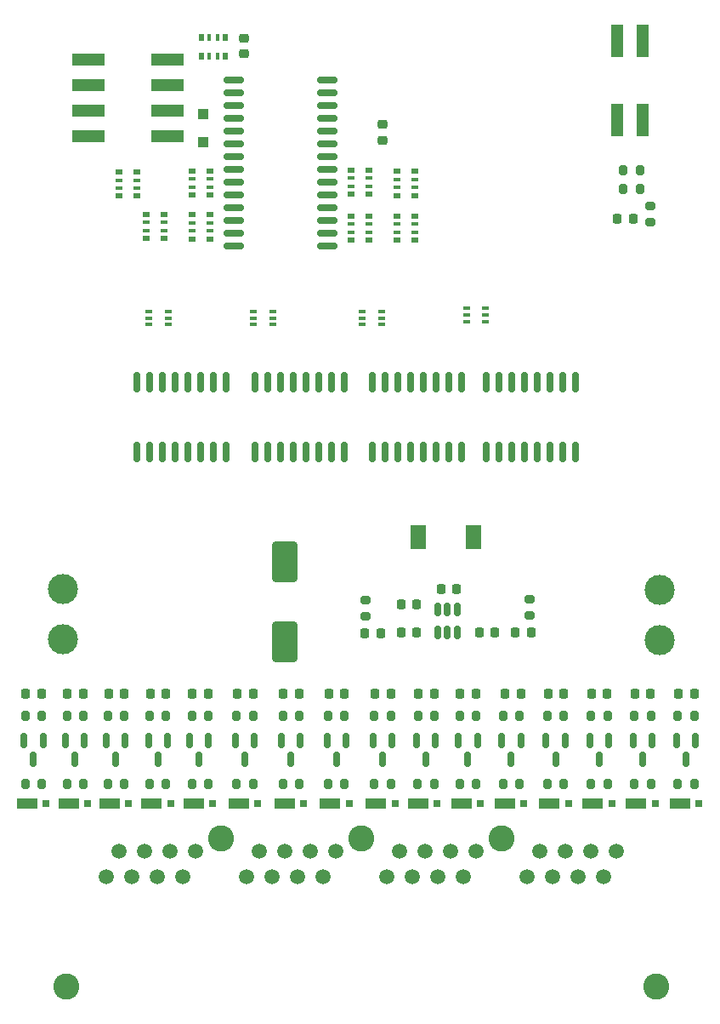
<source format=gbr>
%TF.GenerationSoftware,KiCad,Pcbnew,(6.0.9)*%
%TF.CreationDate,2023-11-09T13:28:12+05:30*%
%TF.ProjectId,Modular-I2C-4PxRJ45-Relay-Driver,4d6f6475-6c61-4722-9d49-32432d345078,2*%
%TF.SameCoordinates,Original*%
%TF.FileFunction,Paste,Top*%
%TF.FilePolarity,Positive*%
%FSLAX46Y46*%
G04 Gerber Fmt 4.6, Leading zero omitted, Abs format (unit mm)*
G04 Created by KiCad (PCBNEW (6.0.9)) date 2023-11-09 13:28:12*
%MOMM*%
%LPD*%
G01*
G04 APERTURE LIST*
G04 Aperture macros list*
%AMRoundRect*
0 Rectangle with rounded corners*
0 $1 Rounding radius*
0 $2 $3 $4 $5 $6 $7 $8 $9 X,Y pos of 4 corners*
0 Add a 4 corners polygon primitive as box body*
4,1,4,$2,$3,$4,$5,$6,$7,$8,$9,$2,$3,0*
0 Add four circle primitives for the rounded corners*
1,1,$1+$1,$2,$3*
1,1,$1+$1,$4,$5*
1,1,$1+$1,$6,$7*
1,1,$1+$1,$8,$9*
0 Add four rect primitives between the rounded corners*
20,1,$1+$1,$2,$3,$4,$5,0*
20,1,$1+$1,$4,$5,$6,$7,0*
20,1,$1+$1,$6,$7,$8,$9,0*
20,1,$1+$1,$8,$9,$2,$3,0*%
G04 Aperture macros list end*
%ADD10RoundRect,0.218750X0.218750X0.256250X-0.218750X0.256250X-0.218750X-0.256250X0.218750X-0.256250X0*%
%ADD11RoundRect,0.200000X-0.200000X-0.275000X0.200000X-0.275000X0.200000X0.275000X-0.200000X0.275000X0*%
%ADD12R,2.000000X1.100000*%
%ADD13R,0.800000X0.800000*%
%ADD14RoundRect,0.150000X-0.150000X0.837500X-0.150000X-0.837500X0.150000X-0.837500X0.150000X0.837500X0*%
%ADD15R,0.650000X0.400000*%
%ADD16RoundRect,0.150000X-0.150000X0.587500X-0.150000X-0.587500X0.150000X-0.587500X0.150000X0.587500X0*%
%ADD17C,3.000000*%
%ADD18R,0.800000X0.500000*%
%ADD19R,0.800000X0.400000*%
%ADD20RoundRect,0.200000X-0.275000X0.200000X-0.275000X-0.200000X0.275000X-0.200000X0.275000X0.200000X0*%
%ADD21RoundRect,0.218750X-0.218750X-0.256250X0.218750X-0.256250X0.218750X0.256250X-0.218750X0.256250X0*%
%ADD22RoundRect,0.225000X0.250000X-0.225000X0.250000X0.225000X-0.250000X0.225000X-0.250000X-0.225000X0*%
%ADD23R,0.500000X0.800000*%
%ADD24R,0.400000X0.800000*%
%ADD25RoundRect,0.225000X0.225000X0.250000X-0.225000X0.250000X-0.225000X-0.250000X0.225000X-0.250000X0*%
%ADD26RoundRect,0.200000X0.200000X0.275000X-0.200000X0.275000X-0.200000X-0.275000X0.200000X-0.275000X0*%
%ADD27RoundRect,0.150000X0.150000X-0.512500X0.150000X0.512500X-0.150000X0.512500X-0.150000X-0.512500X0*%
%ADD28RoundRect,0.225000X-0.225000X-0.250000X0.225000X-0.250000X0.225000X0.250000X-0.225000X0.250000X0*%
%ADD29R,1.500000X2.400000*%
%ADD30RoundRect,0.250000X1.000000X-1.750000X1.000000X1.750000X-1.000000X1.750000X-1.000000X-1.750000X0*%
%ADD31RoundRect,0.150000X0.875000X0.150000X-0.875000X0.150000X-0.875000X-0.150000X0.875000X-0.150000X0*%
%ADD32R,1.200000X3.300000*%
%ADD33R,3.300000X1.200000*%
%ADD34RoundRect,0.200000X0.275000X-0.200000X0.275000X0.200000X-0.275000X0.200000X-0.275000X-0.200000X0*%
%ADD35R,1.100000X1.100000*%
%ADD36C,1.500000*%
%ADD37C,2.600000*%
%ADD38RoundRect,0.225000X-0.250000X0.225000X-0.250000X-0.225000X0.250000X-0.225000X0.250000X0.225000X0*%
G04 APERTURE END LIST*
D10*
%TO.C,LED56*%
X118836500Y-68519000D03*
X117261500Y-68519000D03*
%TD*%
D11*
%TO.C,TH59*%
X130893000Y-77468400D03*
X132543000Y-77468400D03*
%TD*%
D12*
%TO.C,D57*%
X121982150Y-79441000D03*
D13*
X123882150Y-79441000D03*
%TD*%
D12*
%TO.C,D61*%
X139607000Y-79441000D03*
D13*
X141507000Y-79441000D03*
%TD*%
D14*
%TO.C,U5*%
X139639000Y-37497500D03*
X138369000Y-37497500D03*
X137099000Y-37497500D03*
X135829000Y-37497500D03*
X134559000Y-37497500D03*
X133289000Y-37497500D03*
X132019000Y-37497500D03*
X130749000Y-37497500D03*
X130749000Y-44422500D03*
X132019000Y-44422500D03*
X133289000Y-44422500D03*
X134559000Y-44422500D03*
X135829000Y-44422500D03*
X137099000Y-44422500D03*
X138369000Y-44422500D03*
X139639000Y-44422500D03*
%TD*%
D10*
%TO.C,LED66*%
X162767300Y-68519000D03*
X161192300Y-68519000D03*
%TD*%
D15*
%TO.C,D8*%
X108463000Y-30473800D03*
X108463000Y-31123800D03*
X108463000Y-31773800D03*
X110363000Y-31773800D03*
X110363000Y-31123800D03*
X110363000Y-30473800D03*
%TD*%
D14*
%TO.C,U4*%
X127955000Y-37497500D03*
X126685000Y-37497500D03*
X125415000Y-37497500D03*
X124145000Y-37497500D03*
X122875000Y-37497500D03*
X121605000Y-37497500D03*
X120335000Y-37497500D03*
X119065000Y-37497500D03*
X119065000Y-44422500D03*
X120335000Y-44422500D03*
X121605000Y-44422500D03*
X122875000Y-44422500D03*
X124145000Y-44422500D03*
X125415000Y-44422500D03*
X126685000Y-44422500D03*
X127955000Y-44422500D03*
%TD*%
D12*
%TO.C,D63*%
X148339300Y-79441000D03*
D13*
X150239300Y-79441000D03*
%TD*%
D10*
%TO.C,LED60*%
X136881800Y-68519000D03*
X135306800Y-68519000D03*
%TD*%
%TO.C,D3*%
X146547900Y-62397600D03*
X144972900Y-62397600D03*
%TD*%
D11*
%TO.C,R58*%
X126313500Y-70721700D03*
X127963500Y-70721700D03*
%TD*%
D16*
%TO.C,Q54*%
X110308500Y-73169500D03*
X108408500Y-73169500D03*
X109358500Y-75044500D03*
%TD*%
D15*
%TO.C,D7*%
X140086000Y-30150000D03*
X140086000Y-30800000D03*
X140086000Y-31450000D03*
X141986000Y-31450000D03*
X141986000Y-30800000D03*
X141986000Y-30150000D03*
%TD*%
D11*
%TO.C,TH54*%
X108533500Y-77468400D03*
X110183500Y-77468400D03*
%TD*%
D10*
%TO.C,LED55*%
X114357000Y-68519000D03*
X112782000Y-68519000D03*
%TD*%
D11*
%TO.C,TH61*%
X139409500Y-77468400D03*
X141059500Y-77468400D03*
%TD*%
D10*
%TO.C,LED58*%
X127946000Y-68519000D03*
X126371000Y-68519000D03*
%TD*%
D11*
%TO.C,R61*%
X139417000Y-70721700D03*
X141067000Y-70721700D03*
%TD*%
D16*
%TO.C,Q53*%
X106117500Y-73155262D03*
X104217500Y-73155262D03*
X105167500Y-75030262D03*
%TD*%
%TO.C,Q63*%
X149916800Y-73169500D03*
X148016800Y-73169500D03*
X148966800Y-75044500D03*
%TD*%
D10*
%TO.C,LED63*%
X149781800Y-68519000D03*
X148206800Y-68519000D03*
%TD*%
%TO.C,LED65*%
X158441000Y-68519000D03*
X156866000Y-68519000D03*
%TD*%
D17*
%TO.C,J4*%
X159367900Y-63133800D03*
X159367900Y-58135800D03*
%TD*%
D18*
%TO.C,RN9*%
X108182800Y-20811600D03*
D19*
X108182800Y-21611600D03*
X108182800Y-22411600D03*
D18*
X108182800Y-23211600D03*
X109982800Y-23211600D03*
D19*
X109982800Y-22411600D03*
X109982800Y-21611600D03*
D18*
X109982800Y-20811600D03*
%TD*%
D20*
%TO.C,R5*%
X146420800Y-59083400D03*
X146420800Y-60733400D03*
%TD*%
D21*
%TO.C,D2*%
X129986900Y-62448400D03*
X131561900Y-62448400D03*
%TD*%
D22*
%TO.C,C1*%
X117922000Y-4847800D03*
X117922000Y-3297800D03*
%TD*%
D23*
%TO.C,RN1*%
X116074000Y-3230000D03*
D24*
X115274000Y-3230000D03*
X114474000Y-3230000D03*
D23*
X113674000Y-3230000D03*
X113674000Y-5030000D03*
D24*
X114474000Y-5030000D03*
X115274000Y-5030000D03*
D23*
X116074000Y-5030000D03*
%TD*%
D12*
%TO.C,D64*%
X152680500Y-79441000D03*
D13*
X154580500Y-79441000D03*
%TD*%
D25*
%TO.C,C9*%
X142928600Y-62397600D03*
X141378600Y-62397600D03*
%TD*%
D26*
%TO.C,R4*%
X157348350Y-16396300D03*
X155698350Y-16396300D03*
%TD*%
D11*
%TO.C,R60*%
X135249300Y-70721700D03*
X136899300Y-70721700D03*
%TD*%
D10*
%TO.C,LED57*%
X123408500Y-68519000D03*
X121833500Y-68519000D03*
%TD*%
D18*
%TO.C,RN7*%
X105490400Y-16595200D03*
D19*
X105490400Y-17395200D03*
X105490400Y-18195200D03*
D18*
X105490400Y-18995200D03*
X107290400Y-18995200D03*
D19*
X107290400Y-18195200D03*
X107290400Y-17395200D03*
D18*
X107290400Y-16595200D03*
%TD*%
D27*
%TO.C,U2*%
X137241200Y-62404500D03*
X138191200Y-62404500D03*
X139141200Y-62404500D03*
X139141200Y-60129500D03*
X138191200Y-60129500D03*
X137241200Y-60129500D03*
%TD*%
D12*
%TO.C,D53*%
X104540000Y-79441000D03*
D13*
X106440000Y-79441000D03*
%TD*%
D11*
%TO.C,TH60*%
X135241800Y-77468400D03*
X136891800Y-77468400D03*
%TD*%
D28*
%TO.C,C7*%
X133606200Y-59616000D03*
X135156200Y-59616000D03*
%TD*%
%TO.C,C8*%
X133593200Y-62410000D03*
X135143200Y-62410000D03*
%TD*%
D11*
%TO.C,R53*%
X104342500Y-70721700D03*
X105992500Y-70721700D03*
%TD*%
D15*
%TO.C,D6*%
X129731350Y-30458800D03*
X129731350Y-31108800D03*
X129731350Y-31758800D03*
X131631350Y-31758800D03*
X131631350Y-31108800D03*
X131631350Y-30458800D03*
%TD*%
D11*
%TO.C,TH56*%
X117210500Y-77468400D03*
X118860500Y-77468400D03*
%TD*%
D10*
%TO.C,LED53*%
X106009500Y-68519000D03*
X104434500Y-68519000D03*
%TD*%
D18*
%TO.C,RN16*%
X112754800Y-16502800D03*
D19*
X112754800Y-17302800D03*
X112754800Y-18102800D03*
D18*
X112754800Y-18902800D03*
X114554800Y-18902800D03*
D19*
X114554800Y-18102800D03*
X114554800Y-17302800D03*
D18*
X114554800Y-16502800D03*
%TD*%
D14*
%TO.C,U3*%
X116144000Y-37497500D03*
X114874000Y-37497500D03*
X113604000Y-37497500D03*
X112334000Y-37497500D03*
X111064000Y-37497500D03*
X109794000Y-37497500D03*
X108524000Y-37497500D03*
X107254000Y-37497500D03*
X107254000Y-44422500D03*
X108524000Y-44422500D03*
X109794000Y-44422500D03*
X111064000Y-44422500D03*
X112334000Y-44422500D03*
X113604000Y-44422500D03*
X114874000Y-44422500D03*
X116144000Y-44422500D03*
%TD*%
D16*
%TO.C,Q58*%
X128088500Y-73169500D03*
X126188500Y-73169500D03*
X127138500Y-75044500D03*
%TD*%
D11*
%TO.C,R51*%
X96142000Y-70721700D03*
X97792000Y-70721700D03*
%TD*%
%TO.C,TH53*%
X104342500Y-77468400D03*
X105992500Y-77468400D03*
%TD*%
D10*
%TO.C,LED61*%
X141049500Y-68519000D03*
X139474500Y-68519000D03*
%TD*%
%TO.C,LED64*%
X154123000Y-68519000D03*
X152548000Y-68519000D03*
%TD*%
D29*
%TO.C,L1*%
X140801200Y-52885000D03*
X135301200Y-52885000D03*
%TD*%
D11*
%TO.C,R54*%
X108533500Y-70721700D03*
X110183500Y-70721700D03*
%TD*%
%TO.C,TH57*%
X121784650Y-77468400D03*
X123434650Y-77468400D03*
%TD*%
D12*
%TO.C,D55*%
X112922000Y-79441000D03*
D13*
X114822000Y-79441000D03*
%TD*%
D10*
%TO.C,LED52*%
X101911000Y-68519000D03*
X100336000Y-68519000D03*
%TD*%
D11*
%TO.C,R65*%
X156808500Y-70721700D03*
X158458500Y-70721700D03*
%TD*%
%TO.C,TH66*%
X161127300Y-77468400D03*
X162777300Y-77468400D03*
%TD*%
D30*
%TO.C,C5*%
X121986000Y-63349600D03*
X121986000Y-55349600D03*
%TD*%
D18*
%TO.C,RN15*%
X130379000Y-18792000D03*
D19*
X130379000Y-17992000D03*
X130379000Y-17192000D03*
D18*
X130379000Y-16392000D03*
X128579000Y-16392000D03*
D19*
X128579000Y-17192000D03*
X128579000Y-17992000D03*
D18*
X128579000Y-18792000D03*
%TD*%
D11*
%TO.C,TH55*%
X112724500Y-77468400D03*
X114374500Y-77468400D03*
%TD*%
%TO.C,TH58*%
X126313500Y-77468400D03*
X127963500Y-77468400D03*
%TD*%
%TO.C,R56*%
X117210500Y-70721700D03*
X118860500Y-70721700D03*
%TD*%
D26*
%TO.C,R3*%
X157348350Y-18301300D03*
X155698350Y-18301300D03*
%TD*%
D10*
%TO.C,LED59*%
X132552500Y-68519000D03*
X130977500Y-68519000D03*
%TD*%
D16*
%TO.C,Q65*%
X158576000Y-73169500D03*
X156676000Y-73169500D03*
X157626000Y-75044500D03*
%TD*%
D10*
%TO.C,LED51*%
X97774500Y-68519000D03*
X96199500Y-68519000D03*
%TD*%
%TO.C,D4*%
X156682500Y-21275000D03*
X155107500Y-21275000D03*
%TD*%
D11*
%TO.C,TH62*%
X143720000Y-77468400D03*
X145370000Y-77468400D03*
%TD*%
%TO.C,TH63*%
X148141800Y-77468400D03*
X149791800Y-77468400D03*
%TD*%
%TO.C,R64*%
X152490500Y-70721700D03*
X154140500Y-70721700D03*
%TD*%
D12*
%TO.C,D58*%
X126511000Y-79441000D03*
D13*
X128411000Y-79441000D03*
%TD*%
D11*
%TO.C,R62*%
X143727500Y-70721700D03*
X145377500Y-70721700D03*
%TD*%
D18*
%TO.C,RN5*%
X134976400Y-18944400D03*
D19*
X134976400Y-18144400D03*
X134976400Y-17344400D03*
D18*
X134976400Y-16544400D03*
X133176400Y-16544400D03*
D19*
X133176400Y-17344400D03*
X133176400Y-18144400D03*
D18*
X133176400Y-18944400D03*
%TD*%
D12*
%TO.C,D65*%
X156998500Y-79441000D03*
D13*
X158898500Y-79441000D03*
%TD*%
D12*
%TO.C,D60*%
X135290500Y-79441000D03*
D13*
X137190500Y-79441000D03*
%TD*%
D16*
%TO.C,Q57*%
X123559650Y-73169500D03*
X121659650Y-73169500D03*
X122609650Y-75044500D03*
%TD*%
D12*
%TO.C,D52*%
X100476000Y-79441000D03*
D13*
X102376000Y-79441000D03*
%TD*%
D11*
%TO.C,R66*%
X161134800Y-70721700D03*
X162784800Y-70721700D03*
%TD*%
D16*
%TO.C,Q61*%
X141184500Y-73169500D03*
X139284500Y-73169500D03*
X140234500Y-75044500D03*
%TD*%
D31*
%TO.C,U1*%
X126255000Y-23942000D03*
X126255000Y-22672000D03*
X126255000Y-21402000D03*
X126255000Y-20132000D03*
X126255000Y-18862000D03*
X126255000Y-17592000D03*
X126255000Y-16322000D03*
X126255000Y-15052000D03*
X126255000Y-13782000D03*
X126255000Y-12512000D03*
X126255000Y-11242000D03*
X126255000Y-9972000D03*
X126255000Y-8702000D03*
X126255000Y-7432000D03*
X116955000Y-7432000D03*
X116955000Y-8702000D03*
X116955000Y-9972000D03*
X116955000Y-11242000D03*
X116955000Y-12512000D03*
X116955000Y-13782000D03*
X116955000Y-15052000D03*
X116955000Y-16322000D03*
X116955000Y-17592000D03*
X116955000Y-18862000D03*
X116955000Y-20132000D03*
X116955000Y-21402000D03*
X116955000Y-22672000D03*
X116955000Y-23942000D03*
%TD*%
D12*
%TO.C,D54*%
X108731000Y-79441000D03*
D13*
X110631000Y-79441000D03*
%TD*%
D11*
%TO.C,R57*%
X121784650Y-70721700D03*
X123434650Y-70721700D03*
%TD*%
%TO.C,R59*%
X130900500Y-70721700D03*
X132550500Y-70721700D03*
%TD*%
D16*
%TO.C,Q60*%
X137016800Y-73169500D03*
X135116800Y-73169500D03*
X136066800Y-75044500D03*
%TD*%
D18*
%TO.C,RN3*%
X134976400Y-23364000D03*
D19*
X134976400Y-22564000D03*
X134976400Y-21764000D03*
D18*
X134976400Y-20964000D03*
X133176400Y-20964000D03*
D19*
X133176400Y-21764000D03*
X133176400Y-22564000D03*
D18*
X133176400Y-23364000D03*
%TD*%
%TO.C,RN11*%
X130379000Y-23364000D03*
D19*
X130379000Y-22564000D03*
X130379000Y-21764000D03*
D18*
X130379000Y-20964000D03*
X128579000Y-20964000D03*
D19*
X128579000Y-21764000D03*
X128579000Y-22564000D03*
D18*
X128579000Y-23364000D03*
%TD*%
D16*
%TO.C,Q52*%
X102053500Y-73169500D03*
X100153500Y-73169500D03*
X101103500Y-75044500D03*
%TD*%
%TO.C,Q59*%
X132668000Y-73169500D03*
X130768000Y-73169500D03*
X131718000Y-75044500D03*
%TD*%
%TO.C,Q56*%
X118985500Y-73169500D03*
X117085500Y-73169500D03*
X118035500Y-75044500D03*
%TD*%
D11*
%TO.C,R55*%
X112724500Y-70721700D03*
X114374500Y-70721700D03*
%TD*%
%TO.C,TH51*%
X96142000Y-77468400D03*
X97792000Y-77468400D03*
%TD*%
D17*
%TO.C,J3*%
X99938800Y-58069800D03*
X99938800Y-63067800D03*
%TD*%
D11*
%TO.C,R52*%
X100278500Y-70721700D03*
X101928500Y-70721700D03*
%TD*%
D32*
%TO.C,SW5*%
X155133000Y-11456300D03*
X157673000Y-11456300D03*
X157673000Y-3556300D03*
X155133000Y-3556300D03*
%TD*%
D14*
%TO.C,U6*%
X150942000Y-37497500D03*
X149672000Y-37497500D03*
X148402000Y-37497500D03*
X147132000Y-37497500D03*
X145862000Y-37497500D03*
X144592000Y-37497500D03*
X143322000Y-37497500D03*
X142052000Y-37497500D03*
X142052000Y-44422500D03*
X143322000Y-44422500D03*
X144592000Y-44422500D03*
X145862000Y-44422500D03*
X147132000Y-44422500D03*
X148402000Y-44422500D03*
X149672000Y-44422500D03*
X150942000Y-44422500D03*
%TD*%
D18*
%TO.C,RN12*%
X112754800Y-20862400D03*
D19*
X112754800Y-21662400D03*
X112754800Y-22462400D03*
D18*
X112754800Y-23262400D03*
X114554800Y-23262400D03*
D19*
X114554800Y-22462400D03*
X114554800Y-21662400D03*
D18*
X114554800Y-20862400D03*
%TD*%
D16*
%TO.C,Q62*%
X145495000Y-73169500D03*
X143595000Y-73169500D03*
X144545000Y-75044500D03*
%TD*%
D33*
%TO.C,SW1*%
X102415000Y-5400000D03*
X102415000Y-7940000D03*
X102415000Y-10480000D03*
X102415000Y-13020000D03*
X110315000Y-13020000D03*
X110315000Y-10480000D03*
X110315000Y-7940000D03*
X110315000Y-5400000D03*
%TD*%
D12*
%TO.C,D59*%
X131090500Y-79441000D03*
D13*
X132990500Y-79441000D03*
%TD*%
D12*
%TO.C,D56*%
X117408000Y-79441000D03*
D13*
X119308000Y-79441000D03*
%TD*%
D25*
%TO.C,C6*%
X139093200Y-58092000D03*
X137543200Y-58092000D03*
%TD*%
D16*
%TO.C,Q55*%
X114372500Y-73169500D03*
X112472500Y-73169500D03*
X113422500Y-75044500D03*
%TD*%
D34*
%TO.C,R6*%
X158435000Y-21592000D03*
X158435000Y-19942000D03*
%TD*%
D11*
%TO.C,R63*%
X148149300Y-70721700D03*
X149799300Y-70721700D03*
%TD*%
D10*
%TO.C,LED62*%
X145506500Y-68519000D03*
X143931500Y-68519000D03*
%TD*%
D16*
%TO.C,Q51*%
X97917000Y-73169500D03*
X96017000Y-73169500D03*
X96967000Y-75044500D03*
%TD*%
D35*
%TO.C,D1*%
X113858000Y-13658000D03*
X113858000Y-10858000D03*
%TD*%
D36*
%TO.C,RJ45-1*%
X104206000Y-86692500D03*
X105476000Y-84152500D03*
X106746000Y-86692500D03*
X108016000Y-84152500D03*
X109286000Y-86692500D03*
X110556000Y-84152500D03*
X111826000Y-86692500D03*
X113096000Y-84152500D03*
X118176000Y-86692500D03*
X119446000Y-84152500D03*
X120716000Y-86692500D03*
X121986000Y-84152500D03*
X123256000Y-86692500D03*
X124526000Y-84152500D03*
X125796000Y-86692500D03*
X127066000Y-84152500D03*
X132146000Y-86692500D03*
X133416000Y-84152500D03*
X134686000Y-86692500D03*
X135956000Y-84152500D03*
X137226000Y-86692500D03*
X138496000Y-84152500D03*
X139766000Y-86692500D03*
X141036000Y-84152500D03*
X146116000Y-86692500D03*
X147386000Y-84152500D03*
X148656000Y-86692500D03*
X149926000Y-84152500D03*
X151196000Y-86692500D03*
X152466000Y-84152500D03*
X153736000Y-86692500D03*
X155006000Y-84152500D03*
D37*
X143576000Y-82882500D03*
X159006000Y-97612500D03*
X100206000Y-97612500D03*
X129606000Y-82882500D03*
X115636000Y-82882500D03*
%TD*%
D38*
%TO.C,C3*%
X131765000Y-11864000D03*
X131765000Y-13414000D03*
%TD*%
D10*
%TO.C,LED54*%
X110166000Y-68519000D03*
X108591000Y-68519000D03*
%TD*%
D20*
%TO.C,R1*%
X130063200Y-59134200D03*
X130063200Y-60784200D03*
%TD*%
D11*
%TO.C,TH65*%
X156801000Y-77468400D03*
X158451000Y-77468400D03*
%TD*%
D16*
%TO.C,Q66*%
X162902300Y-73169500D03*
X161002300Y-73169500D03*
X161952300Y-75044500D03*
%TD*%
D12*
%TO.C,D51*%
X96339500Y-79441000D03*
D13*
X98239500Y-79441000D03*
%TD*%
D11*
%TO.C,TH52*%
X100278500Y-77468400D03*
X101928500Y-77468400D03*
%TD*%
%TO.C,TH64*%
X152483000Y-77468400D03*
X154133000Y-77468400D03*
%TD*%
D12*
%TO.C,D66*%
X161324800Y-79441000D03*
D13*
X163224800Y-79441000D03*
%TD*%
D12*
%TO.C,D62*%
X143917500Y-79441000D03*
D13*
X145817500Y-79441000D03*
%TD*%
D15*
%TO.C,D5*%
X118870350Y-30473800D03*
X118870350Y-31123800D03*
X118870350Y-31773800D03*
X120770350Y-31773800D03*
X120770350Y-31123800D03*
X120770350Y-30473800D03*
%TD*%
D16*
%TO.C,Q64*%
X154258000Y-73169500D03*
X152358000Y-73169500D03*
X153308000Y-75044500D03*
%TD*%
M02*

</source>
